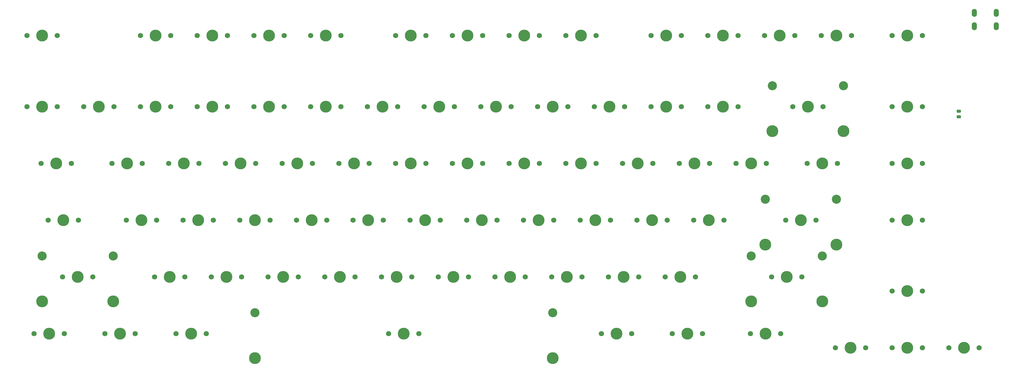
<source format=gts>
G04 #@! TF.GenerationSoftware,KiCad,Pcbnew,(5.1.10)-1*
G04 #@! TF.CreationDate,2022-02-11T22:44:53+10:30*
G04 #@! TF.ProjectId,Dingo-75,44696e67-6f2d-4373-952e-6b696361645f,rev?*
G04 #@! TF.SameCoordinates,Original*
G04 #@! TF.FileFunction,Soldermask,Top*
G04 #@! TF.FilePolarity,Negative*
%FSLAX46Y46*%
G04 Gerber Fmt 4.6, Leading zero omitted, Abs format (unit mm)*
G04 Created by KiCad (PCBNEW (5.1.10)-1) date 2022-02-11 22:44:53*
%MOMM*%
%LPD*%
G01*
G04 APERTURE LIST*
%ADD10C,3.987800*%
%ADD11C,3.048000*%
%ADD12C,1.750000*%
%ADD13O,1.700000X2.700000*%
G04 APERTURE END LIST*
D10*
X-76206350Y96520000D03*
X-176206150Y96520000D03*
D11*
X-76206350Y111760000D03*
X-176206150Y111760000D03*
D12*
X-121126250Y104775000D03*
X-131286250Y104775000D03*
D10*
X-126206250Y104775000D03*
X-52387500Y123825000D03*
D12*
X-57467500Y123825000D03*
X-47307500Y123825000D03*
D10*
X-71437500Y123825000D03*
D12*
X-76517500Y123825000D03*
X-66357500Y123825000D03*
D10*
X-119062500Y142875000D03*
D12*
X-124142500Y142875000D03*
X-113982500Y142875000D03*
X-171132500Y142875000D03*
X-181292500Y142875000D03*
D10*
X-176212500Y142875000D03*
D12*
X-192563750Y104775000D03*
X-202723750Y104775000D03*
D10*
X-197643750Y104775000D03*
D12*
X-49688750Y104775000D03*
X-59848750Y104775000D03*
D10*
X-54768750Y104775000D03*
X21463000Y172720000D03*
X-2413000Y172720000D03*
D11*
X21463000Y187960000D03*
X-2413000Y187960000D03*
D12*
X14605000Y180975000D03*
X4445000Y180975000D03*
D10*
X9525000Y180975000D03*
D12*
X-235426250Y142875000D03*
X-245586250Y142875000D03*
D10*
X-240506250Y142875000D03*
D12*
X-240188750Y104775000D03*
X-250348750Y104775000D03*
D10*
X-245268750Y104775000D03*
D12*
X317500Y104775000D03*
X-9842500Y104775000D03*
D10*
X-4762500Y104775000D03*
X19081750Y134620000D03*
X-4794250Y134620000D03*
D11*
X19081750Y149860000D03*
X-4794250Y149860000D03*
D12*
X12223750Y142875000D03*
X2063750Y142875000D03*
D10*
X7143750Y142875000D03*
D12*
X-25876250Y104775000D03*
X-36036250Y104775000D03*
D10*
X-30956250Y104775000D03*
X-223805750Y115570000D03*
X-247681750Y115570000D03*
D11*
X-223805750Y130810000D03*
X-247681750Y130810000D03*
D12*
X-230663750Y123825000D03*
X-240823750Y123825000D03*
D10*
X-235743750Y123825000D03*
X14319250Y115570000D03*
X-9556750Y115570000D03*
D11*
X14319250Y130810000D03*
X-9556750Y130810000D03*
D12*
X7461250Y123825000D03*
X-2698750Y123825000D03*
D10*
X2381250Y123825000D03*
D12*
X-237807500Y161925000D03*
X-247967500Y161925000D03*
D10*
X-242887500Y161925000D03*
D12*
X-216376250Y104775000D03*
X-226536250Y104775000D03*
D10*
X-221456250Y104775000D03*
D12*
X19367500Y161925000D03*
X9207500Y161925000D03*
D10*
X14287500Y161925000D03*
D12*
X47942500Y119062500D03*
X37782500Y119062500D03*
D10*
X42862500Y119062500D03*
D13*
X65406250Y212462500D03*
X72706250Y212462500D03*
X72706250Y207962500D03*
X65406250Y207962500D03*
D12*
X-242570000Y180975000D03*
X-252730000Y180975000D03*
D10*
X-247650000Y180975000D03*
X-204787500Y123825000D03*
D12*
X-209867500Y123825000D03*
X-199707500Y123825000D03*
X-118745000Y161925000D03*
X-128905000Y161925000D03*
D10*
X-123825000Y161925000D03*
X-185737500Y123825000D03*
D12*
X-190817500Y123825000D03*
X-180657500Y123825000D03*
X-194945000Y161925000D03*
X-205105000Y161925000D03*
D10*
X-200025000Y161925000D03*
X-147637500Y123825000D03*
D12*
X-152717500Y123825000D03*
X-142557500Y123825000D03*
X-99695000Y161925000D03*
X-109855000Y161925000D03*
D10*
X-104775000Y161925000D03*
D12*
X-137795000Y161925000D03*
X-147955000Y161925000D03*
D10*
X-142875000Y161925000D03*
D12*
X-190182500Y142875000D03*
X-200342500Y142875000D03*
D10*
X-195262500Y142875000D03*
D12*
X-156845000Y161925000D03*
X-167005000Y161925000D03*
D10*
X-161925000Y161925000D03*
D12*
X-213995000Y161925000D03*
X-224155000Y161925000D03*
D10*
X-219075000Y161925000D03*
D12*
X-42545000Y161925000D03*
X-52705000Y161925000D03*
D10*
X-47625000Y161925000D03*
D12*
X-61595000Y161925000D03*
X-71755000Y161925000D03*
D10*
X-66675000Y161925000D03*
X-109537500Y123825000D03*
D12*
X-114617500Y123825000D03*
X-104457500Y123825000D03*
D10*
X-90487500Y123825000D03*
D12*
X-95567500Y123825000D03*
X-85407500Y123825000D03*
X-56832500Y142875000D03*
X-66992500Y142875000D03*
D10*
X-61912500Y142875000D03*
D12*
X-75882500Y142875000D03*
X-86042500Y142875000D03*
D10*
X-80962500Y142875000D03*
D12*
X-94932500Y142875000D03*
X-105092500Y142875000D03*
D10*
X-100012500Y142875000D03*
D12*
X-80645000Y161925000D03*
X-90805000Y161925000D03*
D10*
X-85725000Y161925000D03*
D12*
X-133121250Y142875000D03*
X-143281250Y142875000D03*
D10*
X-138201250Y142875000D03*
D12*
X-152082500Y142875000D03*
X-162242500Y142875000D03*
D10*
X-157162500Y142875000D03*
D12*
X24130000Y204787500D03*
X13970000Y204787500D03*
D10*
X19050000Y204787500D03*
D12*
X5080000Y204787500D03*
X-5080000Y204787500D03*
D10*
X0Y204787500D03*
D12*
X-13970000Y204787500D03*
X-24130000Y204787500D03*
D10*
X-19050000Y204787500D03*
D12*
X-33020000Y204787500D03*
X-43180000Y204787500D03*
D10*
X-38100000Y204787500D03*
D12*
X-61595000Y204787500D03*
X-71755000Y204787500D03*
D10*
X-66675000Y204787500D03*
D12*
X-80645000Y204787500D03*
X-90805000Y204787500D03*
D10*
X-85725000Y204787500D03*
D12*
X-99695000Y204787500D03*
X-109855000Y204787500D03*
D10*
X-104775000Y204787500D03*
D12*
X-118745000Y204787500D03*
X-128905000Y204787500D03*
D10*
X-123825000Y204787500D03*
D12*
X-147320000Y204787500D03*
X-157480000Y204787500D03*
D10*
X-152400000Y204787500D03*
D12*
X-166370000Y204787500D03*
X-176530000Y204787500D03*
D10*
X-171450000Y204787500D03*
D12*
X-185420000Y204787500D03*
X-195580000Y204787500D03*
D10*
X-190500000Y204787500D03*
D12*
X-204470000Y204787500D03*
X-214630000Y204787500D03*
D10*
X-209550000Y204787500D03*
D12*
X-175895000Y161925000D03*
X-186055000Y161925000D03*
D10*
X-180975000Y161925000D03*
X-166687500Y123825000D03*
D12*
X-171767500Y123825000D03*
X-161607500Y123825000D03*
D10*
X-128587500Y123825000D03*
D12*
X-133667500Y123825000D03*
X-123507500Y123825000D03*
X-209232500Y142875000D03*
X-219392500Y142875000D03*
D10*
X-214312500Y142875000D03*
D12*
X-4445000Y161925000D03*
X-14605000Y161925000D03*
D10*
X-9525000Y161925000D03*
D12*
X-23495000Y161925000D03*
X-33655000Y161925000D03*
D10*
X-28575000Y161925000D03*
D12*
X-13970000Y180975000D03*
X-24130000Y180975000D03*
D10*
X-19050000Y180975000D03*
D12*
X-37782500Y142875000D03*
X-47942500Y142875000D03*
D10*
X-42862500Y142875000D03*
D12*
X28892500Y100012500D03*
X18732500Y100012500D03*
D10*
X23812500Y100012500D03*
X-33337500Y123825000D03*
D12*
X-38417500Y123825000D03*
X-28257500Y123825000D03*
X47942500Y100012500D03*
X37782500Y100012500D03*
D10*
X42862500Y100012500D03*
D12*
X66992500Y100012500D03*
X56832500Y100012500D03*
D10*
X61912500Y100012500D03*
D12*
X47942500Y142875000D03*
X37782500Y142875000D03*
D10*
X42862500Y142875000D03*
D12*
X47942500Y204787500D03*
X37782500Y204787500D03*
D10*
X42862500Y204787500D03*
D12*
X-242570000Y204787500D03*
X-252730000Y204787500D03*
D10*
X-247650000Y204787500D03*
D12*
X47942500Y180975000D03*
X37782500Y180975000D03*
D10*
X42862500Y180975000D03*
D12*
X47942500Y161925000D03*
X37782500Y161925000D03*
D10*
X42862500Y161925000D03*
D12*
X-33020000Y180975000D03*
X-43180000Y180975000D03*
D10*
X-38100000Y180975000D03*
D12*
X-18732500Y142875000D03*
X-28892500Y142875000D03*
D10*
X-23812500Y142875000D03*
D12*
X-71120000Y180975000D03*
X-81280000Y180975000D03*
D10*
X-76200000Y180975000D03*
D12*
X-90170000Y180975000D03*
X-100330000Y180975000D03*
D10*
X-95250000Y180975000D03*
D12*
X-109220000Y180975000D03*
X-119380000Y180975000D03*
D10*
X-114300000Y180975000D03*
D12*
X-128270000Y180975000D03*
X-138430000Y180975000D03*
D10*
X-133350000Y180975000D03*
D12*
X-147320000Y180975000D03*
X-157480000Y180975000D03*
D10*
X-152400000Y180975000D03*
D12*
X-166370000Y180975000D03*
X-176530000Y180975000D03*
D10*
X-171450000Y180975000D03*
D12*
X-185420000Y180975000D03*
X-195580000Y180975000D03*
D10*
X-190500000Y180975000D03*
D12*
X-204470000Y180975000D03*
X-214630000Y180975000D03*
D10*
X-209550000Y180975000D03*
D12*
X-223520000Y180975000D03*
X-233680000Y180975000D03*
D10*
X-228600000Y180975000D03*
D12*
X-52070000Y180975000D03*
X-62230000Y180975000D03*
D10*
X-57150000Y180975000D03*
G36*
G01*
X60609500Y178946000D02*
X59659500Y178946000D01*
G75*
G02*
X59409500Y179196000I0J250000D01*
G01*
X59409500Y179696000D01*
G75*
G02*
X59659500Y179946000I250000J0D01*
G01*
X60609500Y179946000D01*
G75*
G02*
X60859500Y179696000I0J-250000D01*
G01*
X60859500Y179196000D01*
G75*
G02*
X60609500Y178946000I-250000J0D01*
G01*
G37*
G36*
G01*
X60609500Y177046000D02*
X59659500Y177046000D01*
G75*
G02*
X59409500Y177296000I0J250000D01*
G01*
X59409500Y177796000D01*
G75*
G02*
X59659500Y178046000I250000J0D01*
G01*
X60609500Y178046000D01*
G75*
G02*
X60859500Y177796000I0J-250000D01*
G01*
X60859500Y177296000D01*
G75*
G02*
X60609500Y177046000I-250000J0D01*
G01*
G37*
M02*

</source>
